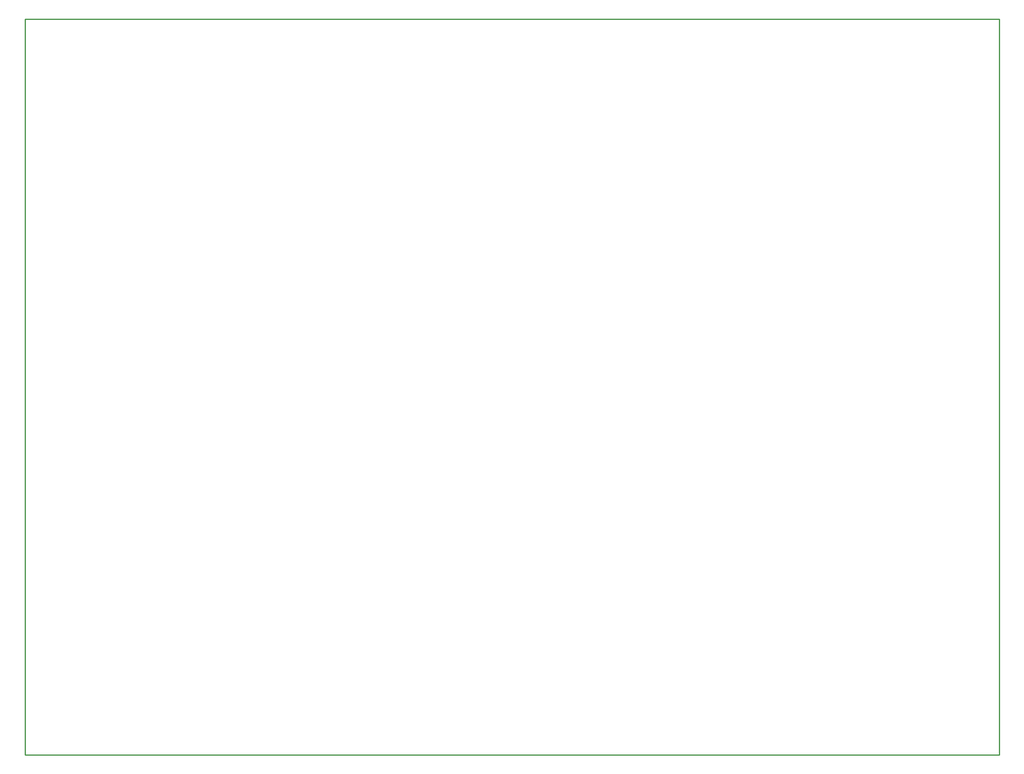
<source format=gko>
%FSAX44Y44*%
%MOMM*%
G71*
G01*
G75*
G04 Layer_Color=16711935*
%ADD10R,0.8000X0.8000*%
%ADD11R,1.3500X1.5000*%
%ADD12R,0.7000X1.0000*%
%ADD13R,1.0000X0.7000*%
%ADD14R,3.8100X2.0300*%
%ADD15R,8.8900X11.4300*%
%ADD16R,1.5000X1.3500*%
%ADD17O,1.6500X0.3000*%
%ADD18O,0.3000X1.6500*%
G04:AMPARAMS|DCode=19|XSize=1mm|YSize=1.85mm|CornerRadius=0.5mm|HoleSize=0mm|Usage=FLASHONLY|Rotation=0.000|XOffset=0mm|YOffset=0mm|HoleType=Round|Shape=RoundedRectangle|*
%AMROUNDEDRECTD19*
21,1,1.0000,0.8500,0,0,0.0*
21,1,0.0000,1.8500,0,0,0.0*
1,1,1.0000,0.0000,-0.4250*
1,1,1.0000,0.0000,-0.4250*
1,1,1.0000,0.0000,0.4250*
1,1,1.0000,0.0000,0.4250*
%
%ADD19ROUNDEDRECTD19*%
%ADD20R,1.4500X1.3500*%
%ADD21R,2.6000X1.5000*%
%ADD22R,2.6000X4.1000*%
%ADD23R,2.5000X2.0000*%
%ADD24R,1.3500X1.4500*%
%ADD25R,2.0000X2.5000*%
%ADD26R,1.5000X3.2000*%
%ADD27R,3.2000X1.5000*%
%ADD28R,0.8000X0.8000*%
%ADD29O,2.2000X0.6000*%
%ADD30R,3.2000X1.2000*%
%ADD31R,5.3000X1.7000*%
%ADD32O,1.9000X0.4100*%
%ADD33R,2.6000X1.3500*%
%ADD34R,1.3500X2.6000*%
%ADD35R,1.0000X0.6000*%
%ADD36R,1.0500X0.6000*%
%ADD37R,2.0000X1.5000*%
G04:AMPARAMS|DCode=38|XSize=1mm|YSize=1.85mm|CornerRadius=0.5mm|HoleSize=0mm|Usage=FLASHONLY|Rotation=90.000|XOffset=0mm|YOffset=0mm|HoleType=Round|Shape=RoundedRectangle|*
%AMROUNDEDRECTD38*
21,1,1.0000,0.8500,0,0,90.0*
21,1,0.0000,1.8500,0,0,90.0*
1,1,1.0000,0.4250,0.0000*
1,1,1.0000,0.4250,0.0000*
1,1,1.0000,-0.4250,0.0000*
1,1,1.0000,-0.4250,0.0000*
%
%ADD38ROUNDEDRECTD38*%
%ADD39R,10.0000X8.0000*%
%ADD40P,1.8385X4X270.0*%
%ADD41R,1.5000X2.6000*%
%ADD42O,0.6000X2.2000*%
%ADD43R,2.1000X2.3000*%
%ADD44R,2.0000X0.7000*%
%ADD45R,2.1000X2.9900*%
%ADD46O,2.1500X0.9000*%
%ADD47R,4.1000X2.6000*%
%ADD48R,0.9500X0.9000*%
%ADD49R,0.9500X0.9000*%
%ADD50R,2.5000X2.5000*%
%ADD51O,0.7500X0.2000*%
%ADD52O,0.2000X0.7500*%
%ADD53R,2.9900X2.1000*%
%ADD54R,2.3000X0.5000*%
%ADD55O,1.9000X0.6000*%
%ADD56C,0.2540*%
%ADD57C,1.0000*%
%ADD58C,4.0000*%
%ADD59C,0.3840*%
%ADD60C,1.5000*%
%ADD61C,0.9000*%
%ADD62C,2.0000*%
%ADD63C,0.8000*%
%ADD64C,0.5000*%
%ADD65C,0.3810*%
%ADD66C,0.5240*%
%ADD67C,0.5080*%
%ADD68R,2.0320X2.1590*%
%ADD69R,3.5560X1.2700*%
%ADD70R,3.3020X1.2700*%
%ADD71R,3.3020X1.3970*%
%ADD72R,1.2700X1.2700*%
%ADD73R,1.9050X1.2946*%
%ADD74R,2.0320X2.0320*%
%ADD75R,1.1569X2.0320*%
%ADD76R,2.5400X1.2700*%
%ADD77R,2.1590X2.1590*%
%ADD78R,0.8890X0.5080*%
%ADD79R,0.8890X1.1430*%
%ADD80R,11.4300X23.4950*%
%ADD81R,11.4300X23.3680*%
%ADD82R,9.9060X12.1920*%
%ADD83R,0.8890X0.6350*%
%ADD84R,6.6040X3.9370*%
%ADD85R,3.5560X6.4770*%
%ADD86R,2.7940X2.2860*%
%ADD87R,12.4460X15.2400*%
%ADD88R,2.2860X2.2860*%
%ADD89R,3.8100X1.5240*%
%ADD90R,2.2860X11.1760*%
%ADD91R,1.2700X2.2860*%
%ADD92C,5.0000*%
%ADD93R,1.5000X1.5000*%
%ADD94C,1.5000*%
%ADD95C,4.8000*%
%ADD96C,1.6900*%
%ADD97R,1.6900X1.6900*%
%ADD98R,1.5000X1.5000*%
%ADD99P,1.5154X8X112.5*%
%ADD100C,1.4000*%
%ADD101R,1.3500X1.3500*%
%ADD102C,1.3500*%
%ADD103C,2.5400*%
%ADD104P,1.5154X8X22.5*%
%ADD105R,1.5200X1.5200*%
%ADD106C,1.5200*%
%ADD107R,2.0000X2.0000*%
%ADD108C,2.0000*%
%ADD109C,2.2000*%
%ADD110R,2.0000X2.0000*%
%ADD111C,1.5240*%
%ADD112C,0.6000*%
%ADD113C,0.8000*%
%ADD114C,3.0000*%
%ADD115C,2.5000*%
%ADD116C,4.2500*%
%ADD117C,4.0000*%
%ADD118R,2.8000X2.1000*%
%ADD119R,1.9000X0.6000*%
%ADD120R,1.0160X1.2700*%
%ADD121R,1.2805X1.2700*%
%ADD122R,12.7000X12.7000*%
%ADD123R,1.3970X2.0320*%
%ADD124R,2.4130X2.5400*%
%ADD125R,5.5880X2.0320*%
%ADD126C,0.0127*%
%ADD127C,0.2500*%
%ADD128C,0.6000*%
%ADD129C,0.2000*%
%ADD130C,0.1270*%
%ADD131C,0.1000*%
%ADD132C,0.1500*%
%ADD133R,2.7940X0.3810*%
%ADD134R,0.5500X3.9000*%
%ADD135R,2.5400X0.2540*%
%ADD136R,0.2540X2.5400*%
%ADD137R,0.3810X2.7940*%
%ADD138R,0.8000X2.8000*%
%ADD139R,3.9000X0.5500*%
%ADD140R,10.7950X10.7950*%
%ADD141R,1.0032X1.0032*%
%ADD142R,1.5532X1.7032*%
%ADD143R,0.9032X1.2032*%
%ADD144R,1.2032X0.9032*%
%ADD145R,4.0132X2.2332*%
%ADD146R,9.0932X11.6332*%
%ADD147R,1.7032X1.5532*%
%ADD148O,1.8532X0.5032*%
%ADD149O,0.5032X1.8532*%
G04:AMPARAMS|DCode=150|XSize=1.2032mm|YSize=2.0532mm|CornerRadius=0.6016mm|HoleSize=0mm|Usage=FLASHONLY|Rotation=0.000|XOffset=0mm|YOffset=0mm|HoleType=Round|Shape=RoundedRectangle|*
%AMROUNDEDRECTD150*
21,1,1.2032,0.8500,0,0,0.0*
21,1,0.0000,2.0532,0,0,0.0*
1,1,1.2032,0.0000,-0.4250*
1,1,1.2032,0.0000,-0.4250*
1,1,1.2032,0.0000,0.4250*
1,1,1.2032,0.0000,0.4250*
%
%ADD150ROUNDEDRECTD150*%
%ADD151R,1.6532X1.5532*%
%ADD152R,2.8032X1.7032*%
%ADD153R,2.8032X4.3032*%
%ADD154R,2.7032X2.2032*%
%ADD155R,1.5532X1.6532*%
%ADD156R,2.2032X2.7032*%
%ADD157R,1.7032X3.4032*%
%ADD158R,3.4032X1.7032*%
%ADD159R,1.0032X1.0032*%
%ADD160O,2.4032X0.8032*%
%ADD161R,3.4032X1.4032*%
%ADD162R,5.5032X1.9032*%
%ADD163O,2.1032X0.6132*%
%ADD164R,2.8032X1.5532*%
%ADD165R,1.5532X2.8032*%
%ADD166R,1.2032X0.8032*%
%ADD167R,1.2532X0.8032*%
%ADD168R,2.2032X1.7032*%
G04:AMPARAMS|DCode=169|XSize=1.2032mm|YSize=2.0532mm|CornerRadius=0.6016mm|HoleSize=0mm|Usage=FLASHONLY|Rotation=90.000|XOffset=0mm|YOffset=0mm|HoleType=Round|Shape=RoundedRectangle|*
%AMROUNDEDRECTD169*
21,1,1.2032,0.8500,0,0,90.0*
21,1,0.0000,2.0532,0,0,90.0*
1,1,1.2032,0.4250,0.0000*
1,1,1.2032,0.4250,0.0000*
1,1,1.2032,-0.4250,0.0000*
1,1,1.2032,-0.4250,0.0000*
%
%ADD169ROUNDEDRECTD169*%
%ADD170R,10.2032X8.2032*%
%ADD171P,2.1258X4X270.0*%
%ADD172R,1.7032X2.8032*%
%ADD173O,0.8032X2.4032*%
%ADD174R,2.3032X2.5032*%
%ADD175R,2.2032X0.9032*%
%ADD176R,2.3032X3.1932*%
%ADD177O,2.3532X1.1032*%
%ADD178R,4.3032X2.8032*%
%ADD179R,1.1532X1.1032*%
%ADD180R,1.1532X1.1032*%
%ADD181R,2.7032X2.7032*%
%ADD182O,0.9532X0.4032*%
%ADD183O,0.4032X0.9532*%
%ADD184R,3.1932X2.3032*%
%ADD185R,2.5032X0.7032*%
%ADD186O,2.1032X0.8032*%
%ADD187C,5.2032*%
%ADD188R,1.7032X1.7032*%
%ADD189C,1.7032*%
%ADD190C,5.0032*%
%ADD191C,1.8932*%
%ADD192R,1.8932X1.8932*%
%ADD193R,1.7032X1.7032*%
%ADD194P,1.7353X8X112.5*%
%ADD195C,1.6032*%
%ADD196R,1.5532X1.5532*%
%ADD197C,1.5532*%
%ADD198C,2.7432*%
%ADD199P,1.7353X8X22.5*%
%ADD200R,1.7232X1.7232*%
%ADD201C,1.7232*%
%ADD202R,2.2032X2.2032*%
%ADD203C,2.2032*%
%ADD204C,2.4032*%
%ADD205R,2.2032X2.2032*%
%ADD206C,1.7272*%
%ADD207C,0.8032*%
%ADD208C,3.2032*%
%ADD209C,4.2032*%
%ADD210R,3.0032X2.3032*%
%ADD211R,2.1032X0.8032*%
%ADD212C,0.0254*%
D56*
X02450000Y00270000D02*
Y01835000D01*
X00380000D02*
X02450000D01*
X00380000Y00270000D02*
Y01835000D01*
Y00270000D02*
X02450000D01*
M02*

</source>
